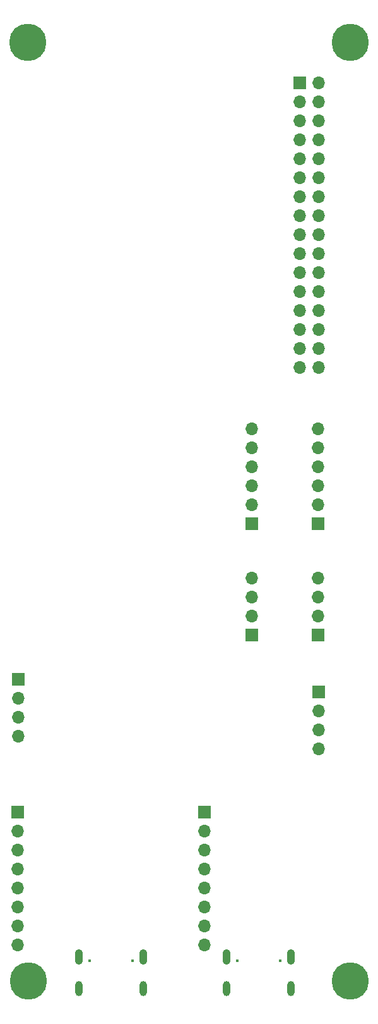
<source format=gbr>
%TF.GenerationSoftware,KiCad,Pcbnew,7.0.8*%
%TF.CreationDate,2024-03-21T14:49:46+01:00*%
%TF.ProjectId,so-dimm-debugger-programmer,736f2d64-696d-46d2-9d64-656275676765,REV.02*%
%TF.SameCoordinates,Original*%
%TF.FileFunction,Soldermask,Bot*%
%TF.FilePolarity,Negative*%
%FSLAX46Y46*%
G04 Gerber Fmt 4.6, Leading zero omitted, Abs format (unit mm)*
G04 Created by KiCad (PCBNEW 7.0.8) date 2024-03-21 14:49:46*
%MOMM*%
%LPD*%
G01*
G04 APERTURE LIST*
%ADD10C,0.800000*%
%ADD11C,5.000000*%
%ADD12R,1.700000X1.700000*%
%ADD13O,1.700000X1.700000*%
%ADD14C,0.001000*%
%ADD15C,0.400000*%
%ADD16O,1.050000X2.100000*%
%ADD17O,1.000000X2.000000*%
G04 APERTURE END LIST*
D10*
%TO.C,H3*%
X139881205Y-164100547D03*
X141207030Y-164649722D03*
X138555380Y-164649722D03*
X141756205Y-165975547D03*
D11*
X139881205Y-165975547D03*
D10*
X138006205Y-165975547D03*
X141207030Y-167301372D03*
X138555380Y-167301372D03*
X139881205Y-167850547D03*
%TD*%
D12*
%TO.C,J10*%
X95250000Y-143383000D03*
D13*
X95250000Y-145923000D03*
X95250000Y-148463000D03*
X95250000Y-151003000D03*
X95250000Y-153543000D03*
X95250000Y-156083000D03*
X95250000Y-158623000D03*
X95250000Y-161163000D03*
%TD*%
D10*
%TO.C,H2*%
X96574205Y-38497547D03*
X97900030Y-39046722D03*
X95248380Y-39046722D03*
X98449205Y-40372547D03*
D11*
X96574205Y-40372547D03*
D10*
X94699205Y-40372547D03*
X97900030Y-41698372D03*
X95248380Y-41698372D03*
X96574205Y-42247547D03*
%TD*%
D12*
%TO.C,J3*%
X135509000Y-119634000D03*
D13*
X135509000Y-117094000D03*
X135509000Y-114554000D03*
X135509000Y-112014000D03*
%TD*%
D12*
%TO.C,J8*%
X133096000Y-45720000D03*
D13*
X135636000Y-45720000D03*
X133096000Y-48260000D03*
X135636000Y-48260000D03*
X133096000Y-50800000D03*
X135636000Y-50800000D03*
X133096000Y-53340000D03*
X135636000Y-53340000D03*
X133096000Y-55880000D03*
X135636000Y-55880000D03*
X133096000Y-58420000D03*
X135636000Y-58420000D03*
X133096000Y-60960000D03*
X135636000Y-60960000D03*
X133096000Y-63500000D03*
X135636000Y-63500000D03*
X133096000Y-66040000D03*
X135636000Y-66040000D03*
X133096000Y-68580000D03*
X135636000Y-68580000D03*
X133096000Y-71120000D03*
X135636000Y-71120000D03*
X133096000Y-73660000D03*
X135636000Y-73660000D03*
X133096000Y-76200000D03*
X135636000Y-76200000D03*
X133096000Y-78740000D03*
X135636000Y-78740000D03*
X133096000Y-81280000D03*
X135636000Y-81280000D03*
X133096000Y-83820000D03*
X135636000Y-83820000D03*
%TD*%
D14*
%TO.C,J1*%
X116000205Y-116825547D03*
X116000205Y-50025547D03*
%TD*%
D10*
%TO.C,H1*%
X96701205Y-164100547D03*
X98027030Y-164649722D03*
X95375380Y-164649722D03*
X98576205Y-165975547D03*
D11*
X96701205Y-165975547D03*
D10*
X94826205Y-165975547D03*
X98027030Y-167301372D03*
X95375380Y-167301372D03*
X96701205Y-167850547D03*
%TD*%
D12*
%TO.C,J13*%
X95300800Y-125577600D03*
D13*
X95300800Y-128117600D03*
X95300800Y-130657600D03*
X95300800Y-133197600D03*
%TD*%
D12*
%TO.C,J9*%
X135636000Y-127254000D03*
D13*
X135636000Y-129794000D03*
X135636000Y-132334000D03*
X135636000Y-134874000D03*
%TD*%
D12*
%TO.C,J2*%
X126619000Y-104775000D03*
D13*
X126619000Y-102235000D03*
X126619000Y-99695000D03*
X126619000Y-97155000D03*
X126619000Y-94615000D03*
X126619000Y-92075000D03*
%TD*%
D15*
%TO.C,J6*%
X124668800Y-163299600D03*
X130448800Y-163299600D03*
D16*
X123238800Y-162799600D03*
D17*
X123238800Y-166979600D03*
X131878800Y-166979600D03*
D16*
X131878800Y-162799600D03*
%TD*%
D12*
%TO.C,J12*%
X135509000Y-104775000D03*
D13*
X135509000Y-102235000D03*
X135509000Y-99695000D03*
X135509000Y-97155000D03*
X135509000Y-94615000D03*
X135509000Y-92075000D03*
%TD*%
D12*
%TO.C,J5*%
X120269000Y-143383000D03*
D13*
X120269000Y-145923000D03*
X120269000Y-148463000D03*
X120269000Y-151003000D03*
X120269000Y-153543000D03*
X120269000Y-156083000D03*
X120269000Y-158623000D03*
X120269000Y-161163000D03*
%TD*%
D12*
%TO.C,J4*%
X126619000Y-119634000D03*
D13*
X126619000Y-117094000D03*
X126619000Y-114554000D03*
X126619000Y-112014000D03*
%TD*%
D15*
%TO.C,J7*%
X104854800Y-163299600D03*
X110634800Y-163299600D03*
D16*
X103424800Y-162799600D03*
D17*
X103424800Y-166979600D03*
X112064800Y-166979600D03*
D16*
X112064800Y-162799600D03*
%TD*%
D10*
%TO.C,H4*%
X139881205Y-38497547D03*
X141207030Y-39046722D03*
X138555380Y-39046722D03*
X141756205Y-40372547D03*
D11*
X139881205Y-40372547D03*
D10*
X138006205Y-40372547D03*
X141207030Y-41698372D03*
X138555380Y-41698372D03*
X139881205Y-42247547D03*
%TD*%
M02*

</source>
